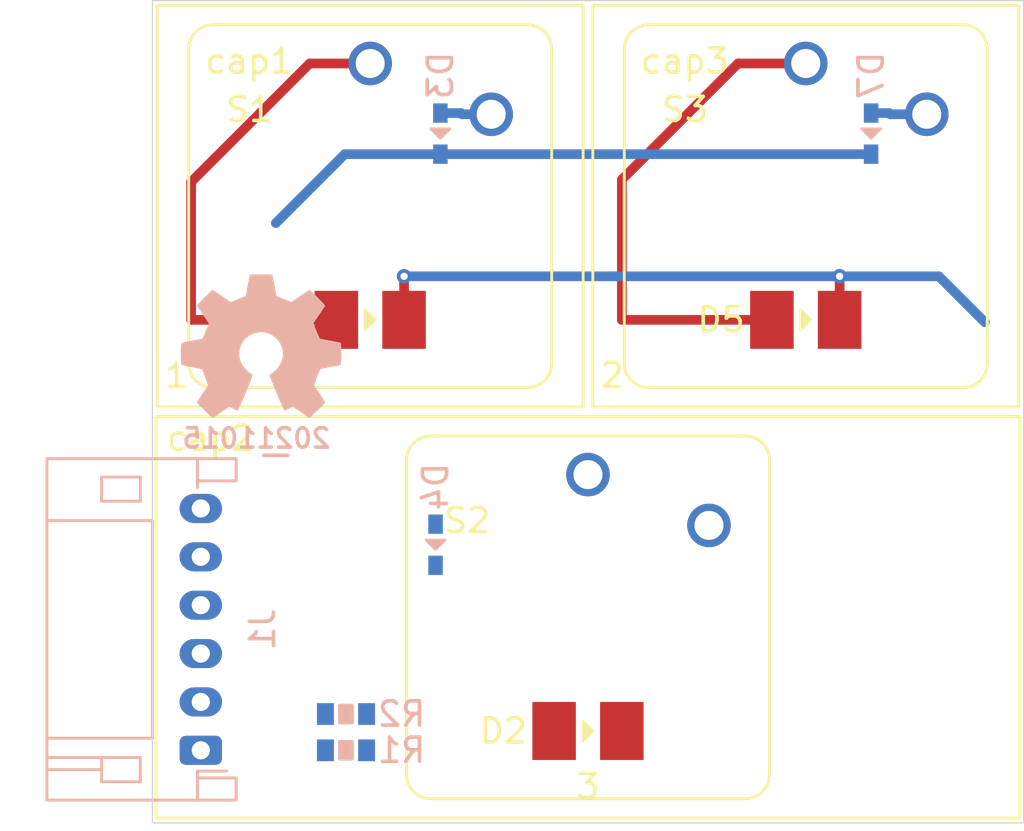
<source format=kicad_pcb>
(kicad_pcb (version 20171130) (host pcbnew 5.1.10-88a1d61d58~90~ubuntu21.04.1)

  (general
    (thickness 1.6)
    (drawings 4)
    (tracks 24)
    (zones 0)
    (modules 17)
    (nets 12)
  )

  (page A4)
  (layers
    (0 F.Cu signal)
    (31 B.Cu signal)
    (32 B.Adhes user)
    (33 F.Adhes user)
    (34 B.Paste user)
    (35 F.Paste user)
    (36 B.SilkS user)
    (37 F.SilkS user)
    (38 B.Mask user)
    (39 F.Mask user)
    (40 Dwgs.User user)
    (41 Cmts.User user)
    (42 Eco1.User user)
    (43 Eco2.User user)
    (44 Edge.Cuts user)
    (45 Margin user)
    (46 B.CrtYd user)
    (47 F.CrtYd user)
    (48 B.Fab user)
    (49 F.Fab user)
  )

  (setup
    (last_trace_width 0.2)
    (user_trace_width 0.2)
    (user_trace_width 0.3)
    (user_trace_width 0.4)
    (user_trace_width 0.6)
    (user_trace_width 0.8)
    (user_trace_width 1)
    (user_trace_width 1.2)
    (user_trace_width 1.4)
    (user_trace_width 1.6)
    (user_trace_width 2)
    (trace_clearance 0.2)
    (zone_clearance 0.508)
    (zone_45_only no)
    (trace_min 0.1)
    (via_size 0.6)
    (via_drill 0.3)
    (via_min_size 0.5)
    (via_min_drill 0.3)
    (user_via 0.6 0.3)
    (user_via 0.7 0.4)
    (user_via 0.8 0.5)
    (user_via 0.9 0.6)
    (user_via 1.1 0.8)
    (user_via 1.4 1)
    (user_via 1.6 1.2)
    (user_via 1.8 1.4)
    (user_via 2 1.6)
    (user_via 2.5 2)
    (uvia_size 0.3)
    (uvia_drill 0.1)
    (uvias_allowed no)
    (uvia_min_size 0.2)
    (uvia_min_drill 0.1)
    (edge_width 0.05)
    (segment_width 0.2)
    (pcb_text_width 0.3)
    (pcb_text_size 1.5 1.5)
    (mod_edge_width 0.12)
    (mod_text_size 0.8 0.8)
    (mod_text_width 0.12)
    (pad_size 1.524 1.524)
    (pad_drill 0.762)
    (pad_to_mask_clearance 0)
    (pad_to_paste_clearance_ratio -0.1)
    (aux_axis_origin 0 0)
    (visible_elements FFFFFF7F)
    (pcbplotparams
      (layerselection 0x010fc_ffffffff)
      (usegerberextensions false)
      (usegerberattributes true)
      (usegerberadvancedattributes true)
      (creategerberjobfile true)
      (excludeedgelayer true)
      (linewidth 0.100000)
      (plotframeref false)
      (viasonmask false)
      (mode 1)
      (useauxorigin false)
      (hpglpennumber 1)
      (hpglpenspeed 20)
      (hpglpendiameter 15.000000)
      (psnegative false)
      (psa4output false)
      (plotreference true)
      (plotvalue true)
      (plotinvisibletext false)
      (padsonsilk false)
      (subtractmaskfromsilk false)
      (outputformat 1)
      (mirror false)
      (drillshape 1)
      (scaleselection 1)
      (outputdirectory ""))
  )

  (net 0 "")
  (net 1 /LEDC1)
  (net 2 /LEDC2)
  (net 3 "Net-(D3-Pad2)")
  (net 4 /SWR1)
  (net 5 "Net-(D4-Pad2)")
  (net 6 /SWR2)
  (net 7 "Net-(D7-Pad2)")
  (net 8 /COL1)
  (net 9 "Net-(D1-Pad1)")
  (net 10 "Net-(D2-Pad1)")
  (net 11 /COL2)

  (net_class Default "This is the default net class."
    (clearance 0.2)
    (trace_width 0.2)
    (via_dia 0.6)
    (via_drill 0.3)
    (uvia_dia 0.3)
    (uvia_drill 0.1)
    (add_net /COL1)
    (add_net /COL2)
    (add_net /LEDC1)
    (add_net /LEDC2)
    (add_net /SWR1)
    (add_net /SWR2)
    (add_net "Net-(D1-Pad1)")
    (add_net "Net-(D2-Pad1)")
    (add_net "Net-(D3-Pad2)")
    (add_net "Net-(D4-Pad2)")
    (add_net "Net-(D7-Pad2)")
  )

  (module SquantorSwitches:KAILH_choc_keycap_2 (layer F.Cu) (tedit 61697682) (tstamp 61678F81)
    (at 163 83)
    (path /616790C4)
    (fp_text reference cap2 (at -15.6 -7.4) (layer F.SilkS)
      (effects (font (size 1 1) (thickness 0.15)))
    )
    (fp_text value 3 (at 0 7) (layer F.SilkS)
      (effects (font (size 1 1) (thickness 0.15)))
    )
    (fp_line (start -17.85 8.3) (end -17.85 -8.3) (layer F.SilkS) (width 0.12))
    (fp_line (start -17.85 -8.3) (end 17.85 -8.3) (layer F.SilkS) (width 0.12))
    (fp_line (start 17.85 -8.3) (end 17.85 8.3) (layer F.SilkS) (width 0.12))
    (fp_line (start 17.85 8.3) (end -17.85 8.3) (layer F.SilkS) (width 0.12))
  )

  (module SquantorDiodes:SOD-523_hand (layer B.Cu) (tedit 616952C6) (tstamp 61678FFE)
    (at 174.7 63 90)
    (descr "SOD-523 footprint hand soldering")
    (tags "SOD-523 hand")
    (path /6168B773)
    (attr smd)
    (fp_text reference D7 (at 2.4 0 90) (layer B.SilkS)
      (effects (font (size 1 1) (thickness 0.15)) (justify mirror))
    )
    (fp_text value D (at 0 -1.4 90) (layer B.Fab)
      (effects (font (size 1 1) (thickness 0.15)) (justify mirror))
    )
    (fp_line (start -1.5 0.6) (end 1.5 0.6) (layer B.CrtYd) (width 0.05))
    (fp_line (start 1.5 0.6) (end 1.5 -0.6) (layer B.CrtYd) (width 0.05))
    (fp_line (start 1.5 -0.6) (end -1.5 -0.6) (layer B.CrtYd) (width 0.05))
    (fp_line (start -1.5 -0.6) (end -1.5 0.6) (layer B.CrtYd) (width 0.05))
    (fp_poly (pts (xy 0.2 -0.4) (xy -0.2 0) (xy 0.2 0.4)) (layer B.SilkS) (width 0.1))
    (pad 1 smd rect (at -0.85 0 90) (size 0.8 0.6) (layers B.Cu B.Paste B.Mask)
      (net 4 /SWR1))
    (pad 2 smd rect (at 0.85 0 90) (size 0.8 0.6) (layers B.Cu B.Paste B.Mask)
      (net 7 "Net-(D7-Pad2)"))
    (model ${KISYS3DMOD}/Diode_SMD.3dshapes/D_SOD-523.step
      (at (xyz 0 0 0))
      (scale (xyz 1 1 1))
      (rotate (xyz 0 0 0))
    )
  )

  (module SquantorDiodes:LED_1208_0603 (layer F.Cu) (tedit 61695B64) (tstamp 61678FE0)
    (at 172 70.7 180)
    (descr "LED 1208 to 0603 universal footprint")
    (tags "LED universal 1208 1206 0805 0603")
    (path /6167D14F)
    (attr smd)
    (fp_text reference D5 (at 3.5 0) (layer F.SilkS)
      (effects (font (size 1 1) (thickness 0.15)))
    )
    (fp_text value LED (at 0 -3.3) (layer F.Fab)
      (effects (font (size 1 1) (thickness 0.15)))
    )
    (fp_line (start -2.6 1.5) (end -2.6 -1.5) (layer F.CrtYd) (width 0.05))
    (fp_line (start 2.6 1.5) (end -2.6 1.5) (layer F.CrtYd) (width 0.05))
    (fp_line (start 2.6 -1.5) (end 2.6 1.5) (layer F.CrtYd) (width 0.05))
    (fp_line (start -2.6 -1.5) (end 2.6 -1.5) (layer F.CrtYd) (width 0.05))
    (fp_line (start 0.2 -0.4) (end 0.2 0.4) (layer F.SilkS) (width 0.12))
    (fp_line (start 0.2 0.4) (end -0.2 0) (layer F.SilkS) (width 0.12))
    (fp_line (start -0.2 0) (end 0.2 -0.4) (layer F.SilkS) (width 0.12))
    (fp_poly (pts (xy 0.2 0.4) (xy -0.2 0) (xy 0.2 -0.4)) (layer F.SilkS) (width 0.1))
    (pad 2 smd rect (at 1.4 0 180) (size 1.8 2.4) (layers F.Cu F.Paste F.Mask)
      (net 11 /COL2))
    (pad 1 smd rect (at -1.4 0 180) (size 1.8 2.4) (layers F.Cu F.Paste F.Mask)
      (net 9 "Net-(D1-Pad1)"))
    (model ${KISYS3DMOD}/LED_SMD.3dshapes/LED_1206_3216Metric.step
      (at (xyz 0 0 0))
      (scale (xyz 1 1 1))
      (rotate (xyz 0 0 0))
    )
  )

  (module SquantorDiodes:SOD-523_hand (layer B.Cu) (tedit 616952C6) (tstamp 61678FCD)
    (at 156.7 80 90)
    (descr "SOD-523 footprint hand soldering")
    (tags "SOD-523 hand")
    (path /61689C10)
    (attr smd)
    (fp_text reference D4 (at 2.4 0 90) (layer B.SilkS)
      (effects (font (size 1 1) (thickness 0.15)) (justify mirror))
    )
    (fp_text value D (at 0 -1.4 90) (layer B.Fab)
      (effects (font (size 1 1) (thickness 0.15)) (justify mirror))
    )
    (fp_line (start -1.5 0.6) (end 1.5 0.6) (layer B.CrtYd) (width 0.05))
    (fp_line (start 1.5 0.6) (end 1.5 -0.6) (layer B.CrtYd) (width 0.05))
    (fp_line (start 1.5 -0.6) (end -1.5 -0.6) (layer B.CrtYd) (width 0.05))
    (fp_line (start -1.5 -0.6) (end -1.5 0.6) (layer B.CrtYd) (width 0.05))
    (fp_poly (pts (xy 0.2 -0.4) (xy -0.2 0) (xy 0.2 0.4)) (layer B.SilkS) (width 0.1))
    (pad 1 smd rect (at -0.85 0 90) (size 0.8 0.6) (layers B.Cu B.Paste B.Mask)
      (net 6 /SWR2))
    (pad 2 smd rect (at 0.85 0 90) (size 0.8 0.6) (layers B.Cu B.Paste B.Mask)
      (net 5 "Net-(D4-Pad2)"))
    (model ${KISYS3DMOD}/Diode_SMD.3dshapes/D_SOD-523.step
      (at (xyz 0 0 0))
      (scale (xyz 1 1 1))
      (rotate (xyz 0 0 0))
    )
  )

  (module SquantorDiodes:SOD-523_hand (layer B.Cu) (tedit 616952C6) (tstamp 61678FC2)
    (at 156.9 63 90)
    (descr "SOD-523 footprint hand soldering")
    (tags "SOD-523 hand")
    (path /6167E7F4)
    (attr smd)
    (fp_text reference D3 (at 2.4 0 90) (layer B.SilkS)
      (effects (font (size 1 1) (thickness 0.15)) (justify mirror))
    )
    (fp_text value D (at 0 -1.4 90) (layer B.Fab)
      (effects (font (size 1 1) (thickness 0.15)) (justify mirror))
    )
    (fp_line (start -1.5 0.6) (end 1.5 0.6) (layer B.CrtYd) (width 0.05))
    (fp_line (start 1.5 0.6) (end 1.5 -0.6) (layer B.CrtYd) (width 0.05))
    (fp_line (start 1.5 -0.6) (end -1.5 -0.6) (layer B.CrtYd) (width 0.05))
    (fp_line (start -1.5 -0.6) (end -1.5 0.6) (layer B.CrtYd) (width 0.05))
    (fp_poly (pts (xy 0.2 -0.4) (xy -0.2 0) (xy 0.2 0.4)) (layer B.SilkS) (width 0.1))
    (pad 1 smd rect (at -0.85 0 90) (size 0.8 0.6) (layers B.Cu B.Paste B.Mask)
      (net 4 /SWR1))
    (pad 2 smd rect (at 0.85 0 90) (size 0.8 0.6) (layers B.Cu B.Paste B.Mask)
      (net 3 "Net-(D3-Pad2)"))
    (model ${KISYS3DMOD}/Diode_SMD.3dshapes/D_SOD-523.step
      (at (xyz 0 0 0))
      (scale (xyz 1 1 1))
      (rotate (xyz 0 0 0))
    )
  )

  (module SquantorDiodes:LED_1208_0603 (layer F.Cu) (tedit 61695B64) (tstamp 61678FB7)
    (at 163 87.7 180)
    (descr "LED 1208 to 0603 universal footprint")
    (tags "LED universal 1208 1206 0805 0603")
    (path /6167B613)
    (attr smd)
    (fp_text reference D2 (at 3.5 0) (layer F.SilkS)
      (effects (font (size 1 1) (thickness 0.15)))
    )
    (fp_text value LED (at 0 -3.3) (layer F.Fab)
      (effects (font (size 1 1) (thickness 0.15)))
    )
    (fp_line (start -2.6 1.5) (end -2.6 -1.5) (layer F.CrtYd) (width 0.05))
    (fp_line (start 2.6 1.5) (end -2.6 1.5) (layer F.CrtYd) (width 0.05))
    (fp_line (start 2.6 -1.5) (end 2.6 1.5) (layer F.CrtYd) (width 0.05))
    (fp_line (start -2.6 -1.5) (end 2.6 -1.5) (layer F.CrtYd) (width 0.05))
    (fp_line (start 0.2 -0.4) (end 0.2 0.4) (layer F.SilkS) (width 0.12))
    (fp_line (start 0.2 0.4) (end -0.2 0) (layer F.SilkS) (width 0.12))
    (fp_line (start -0.2 0) (end 0.2 -0.4) (layer F.SilkS) (width 0.12))
    (fp_poly (pts (xy 0.2 0.4) (xy -0.2 0) (xy 0.2 -0.4)) (layer F.SilkS) (width 0.1))
    (pad 2 smd rect (at 1.4 0 180) (size 1.8 2.4) (layers F.Cu F.Paste F.Mask)
      (net 8 /COL1))
    (pad 1 smd rect (at -1.4 0 180) (size 1.8 2.4) (layers F.Cu F.Paste F.Mask)
      (net 10 "Net-(D2-Pad1)"))
    (model ${KISYS3DMOD}/LED_SMD.3dshapes/LED_1206_3216Metric.step
      (at (xyz 0 0 0))
      (scale (xyz 1 1 1))
      (rotate (xyz 0 0 0))
    )
  )

  (module SquantorDiodes:LED_1208_0603 (layer F.Cu) (tedit 61695B64) (tstamp 61678FA4)
    (at 154 70.7 180)
    (descr "LED 1208 to 0603 universal footprint")
    (tags "LED universal 1208 1206 0805 0603")
    (path /61672956)
    (attr smd)
    (fp_text reference D1 (at 3.5 0.1) (layer F.SilkS)
      (effects (font (size 1 1) (thickness 0.15)))
    )
    (fp_text value LED (at 0 -3.3) (layer F.Fab)
      (effects (font (size 1 1) (thickness 0.15)))
    )
    (fp_line (start -2.6 1.5) (end -2.6 -1.5) (layer F.CrtYd) (width 0.05))
    (fp_line (start 2.6 1.5) (end -2.6 1.5) (layer F.CrtYd) (width 0.05))
    (fp_line (start 2.6 -1.5) (end 2.6 1.5) (layer F.CrtYd) (width 0.05))
    (fp_line (start -2.6 -1.5) (end 2.6 -1.5) (layer F.CrtYd) (width 0.05))
    (fp_line (start 0.2 -0.4) (end 0.2 0.4) (layer F.SilkS) (width 0.12))
    (fp_line (start 0.2 0.4) (end -0.2 0) (layer F.SilkS) (width 0.12))
    (fp_line (start -0.2 0) (end 0.2 -0.4) (layer F.SilkS) (width 0.12))
    (fp_poly (pts (xy 0.2 0.4) (xy -0.2 0) (xy 0.2 -0.4)) (layer F.SilkS) (width 0.1))
    (pad 2 smd rect (at 1.4 0 180) (size 1.8 2.4) (layers F.Cu F.Paste F.Mask)
      (net 8 /COL1))
    (pad 1 smd rect (at -1.4 0 180) (size 1.8 2.4) (layers F.Cu F.Paste F.Mask)
      (net 9 "Net-(D1-Pad1)"))
    (model ${KISYS3DMOD}/LED_SMD.3dshapes/LED_1206_3216Metric.step
      (at (xyz 0 0 0))
      (scale (xyz 1 1 1))
      (rotate (xyz 0 0 0))
    )
  )

  (module SquantorRcl:R_0603_hand (layer B.Cu) (tedit 5D440259) (tstamp 6169581B)
    (at 153 87)
    (descr "Resistor SMD 0603, reflow soldering, Vishay (see dcrcw.pdf)")
    (tags "resistor 0603")
    (path /616B61C6)
    (attr smd)
    (fp_text reference R2 (at 2.3 0) (layer B.SilkS)
      (effects (font (size 1 1) (thickness 0.15)) (justify mirror))
    )
    (fp_text value 1K (at 0 -1.9) (layer B.Fab)
      (effects (font (size 1 1) (thickness 0.15)) (justify mirror))
    )
    (fp_line (start 0 -0.35) (end 0 0.35) (layer B.SilkS) (width 0.15))
    (fp_line (start 0.1 0.35) (end 0.1 -0.35) (layer B.SilkS) (width 0.15))
    (fp_line (start -0.1 0.35) (end 0.1 0.35) (layer B.SilkS) (width 0.15))
    (fp_line (start -0.1 -0.35) (end -0.1 0.35) (layer B.SilkS) (width 0.15))
    (fp_line (start 0.25 -0.35) (end -0.25 -0.35) (layer B.SilkS) (width 0.15))
    (fp_line (start -0.25 0.35) (end 0.25 0.35) (layer B.SilkS) (width 0.15))
    (fp_line (start -0.25 -0.35) (end -0.25 0.35) (layer B.SilkS) (width 0.15))
    (fp_line (start 0.25 0.35) (end 0.25 -0.35) (layer B.SilkS) (width 0.15))
    (fp_line (start 1.45 0.75) (end 1.45 -0.75) (layer B.CrtYd) (width 0.05))
    (fp_line (start -1.45 0.75) (end -1.45 -0.75) (layer B.CrtYd) (width 0.05))
    (fp_line (start -1.45 -0.75) (end 1.45 -0.75) (layer B.CrtYd) (width 0.05))
    (fp_line (start -1.45 0.75) (end 1.45 0.75) (layer B.CrtYd) (width 0.05))
    (fp_line (start -0.8 0.4) (end 0.8 0.4) (layer B.Fab) (width 0.1))
    (fp_line (start 0.8 0.4) (end 0.8 -0.4) (layer B.Fab) (width 0.1))
    (fp_line (start 0.8 -0.4) (end -0.8 -0.4) (layer B.Fab) (width 0.1))
    (fp_line (start -0.8 -0.4) (end -0.8 0.4) (layer B.Fab) (width 0.1))
    (pad 2 smd rect (at 0.85 0) (size 0.7 0.9) (layers B.Cu B.Paste B.Mask)
      (net 10 "Net-(D2-Pad1)"))
    (pad 1 smd rect (at -0.85 0) (size 0.7 0.9) (layers B.Cu B.Paste B.Mask)
      (net 2 /LEDC2))
    (model ${KISYS3DMOD}/Resistor_SMD.3dshapes/R_0603_1608Metric.step
      (at (xyz 0 0 0))
      (scale (xyz 1 1 1))
      (rotate (xyz 0 0 0))
    )
  )

  (module SquantorRcl:R_0603_hand (layer B.Cu) (tedit 5D440259) (tstamp 61695805)
    (at 153 88.5)
    (descr "Resistor SMD 0603, reflow soldering, Vishay (see dcrcw.pdf)")
    (tags "resistor 0603")
    (path /616B513C)
    (attr smd)
    (fp_text reference R1 (at 2.3 0) (layer B.SilkS)
      (effects (font (size 1 1) (thickness 0.15)) (justify mirror))
    )
    (fp_text value 1K (at 0 -1.9) (layer B.Fab)
      (effects (font (size 1 1) (thickness 0.15)) (justify mirror))
    )
    (fp_line (start 0 -0.35) (end 0 0.35) (layer B.SilkS) (width 0.15))
    (fp_line (start 0.1 0.35) (end 0.1 -0.35) (layer B.SilkS) (width 0.15))
    (fp_line (start -0.1 0.35) (end 0.1 0.35) (layer B.SilkS) (width 0.15))
    (fp_line (start -0.1 -0.35) (end -0.1 0.35) (layer B.SilkS) (width 0.15))
    (fp_line (start 0.25 -0.35) (end -0.25 -0.35) (layer B.SilkS) (width 0.15))
    (fp_line (start -0.25 0.35) (end 0.25 0.35) (layer B.SilkS) (width 0.15))
    (fp_line (start -0.25 -0.35) (end -0.25 0.35) (layer B.SilkS) (width 0.15))
    (fp_line (start 0.25 0.35) (end 0.25 -0.35) (layer B.SilkS) (width 0.15))
    (fp_line (start 1.45 0.75) (end 1.45 -0.75) (layer B.CrtYd) (width 0.05))
    (fp_line (start -1.45 0.75) (end -1.45 -0.75) (layer B.CrtYd) (width 0.05))
    (fp_line (start -1.45 -0.75) (end 1.45 -0.75) (layer B.CrtYd) (width 0.05))
    (fp_line (start -1.45 0.75) (end 1.45 0.75) (layer B.CrtYd) (width 0.05))
    (fp_line (start -0.8 0.4) (end 0.8 0.4) (layer B.Fab) (width 0.1))
    (fp_line (start 0.8 0.4) (end 0.8 -0.4) (layer B.Fab) (width 0.1))
    (fp_line (start 0.8 -0.4) (end -0.8 -0.4) (layer B.Fab) (width 0.1))
    (fp_line (start -0.8 -0.4) (end -0.8 0.4) (layer B.Fab) (width 0.1))
    (pad 2 smd rect (at 0.85 0) (size 0.7 0.9) (layers B.Cu B.Paste B.Mask)
      (net 9 "Net-(D1-Pad1)"))
    (pad 1 smd rect (at -0.85 0) (size 0.7 0.9) (layers B.Cu B.Paste B.Mask)
      (net 1 /LEDC1))
    (model ${KISYS3DMOD}/Resistor_SMD.3dshapes/R_0603_1608Metric.step
      (at (xyz 0 0 0))
      (scale (xyz 1 1 1))
      (rotate (xyz 0 0 0))
    )
  )

  (module Connector_JST:JST_PH_S6B-PH-K_1x06_P2.00mm_Horizontal (layer B.Cu) (tedit 5B7745C6) (tstamp 616957DF)
    (at 147 88.5 90)
    (descr "JST PH series connector, S6B-PH-K (http://www.jst-mfg.com/product/pdf/eng/ePH.pdf), generated with kicad-footprint-generator")
    (tags "connector JST PH top entry")
    (path /616C9815)
    (fp_text reference J1 (at 5 2.55 90) (layer B.SilkS)
      (effects (font (size 1 1) (thickness 0.15)) (justify mirror))
    )
    (fp_text value Conn_01x06 (at 5 -7.45 90) (layer B.Fab)
      (effects (font (size 1 1) (thickness 0.15)) (justify mirror))
    )
    (fp_line (start 0.5 -1.375) (end 0 -0.875) (layer B.Fab) (width 0.1))
    (fp_line (start -0.5 -1.375) (end 0.5 -1.375) (layer B.Fab) (width 0.1))
    (fp_line (start 0 -0.875) (end -0.5 -1.375) (layer B.Fab) (width 0.1))
    (fp_line (start -0.86 -0.14) (end -0.86 1.075) (layer B.SilkS) (width 0.12))
    (fp_line (start 11.25 -0.25) (end -1.25 -0.25) (layer B.Fab) (width 0.1))
    (fp_line (start 11.25 1.35) (end 11.25 -0.25) (layer B.Fab) (width 0.1))
    (fp_line (start 11.95 1.35) (end 11.25 1.35) (layer B.Fab) (width 0.1))
    (fp_line (start 11.95 -6.25) (end 11.95 1.35) (layer B.Fab) (width 0.1))
    (fp_line (start -1.95 -6.25) (end 11.95 -6.25) (layer B.Fab) (width 0.1))
    (fp_line (start -1.95 1.35) (end -1.95 -6.25) (layer B.Fab) (width 0.1))
    (fp_line (start -1.25 1.35) (end -1.95 1.35) (layer B.Fab) (width 0.1))
    (fp_line (start -1.25 -0.25) (end -1.25 1.35) (layer B.Fab) (width 0.1))
    (fp_line (start 12.45 1.85) (end -2.45 1.85) (layer B.CrtYd) (width 0.05))
    (fp_line (start 12.45 -6.75) (end 12.45 1.85) (layer B.CrtYd) (width 0.05))
    (fp_line (start -2.45 -6.75) (end 12.45 -6.75) (layer B.CrtYd) (width 0.05))
    (fp_line (start -2.45 1.85) (end -2.45 -6.75) (layer B.CrtYd) (width 0.05))
    (fp_line (start -0.8 -4.1) (end -0.8 -6.36) (layer B.SilkS) (width 0.12))
    (fp_line (start -0.3 -4.1) (end -0.3 -6.36) (layer B.SilkS) (width 0.12))
    (fp_line (start 10.3 -2.5) (end 11.3 -2.5) (layer B.SilkS) (width 0.12))
    (fp_line (start 10.3 -4.1) (end 10.3 -2.5) (layer B.SilkS) (width 0.12))
    (fp_line (start 11.3 -4.1) (end 10.3 -4.1) (layer B.SilkS) (width 0.12))
    (fp_line (start 11.3 -2.5) (end 11.3 -4.1) (layer B.SilkS) (width 0.12))
    (fp_line (start -0.3 -2.5) (end -1.3 -2.5) (layer B.SilkS) (width 0.12))
    (fp_line (start -0.3 -4.1) (end -0.3 -2.5) (layer B.SilkS) (width 0.12))
    (fp_line (start -1.3 -4.1) (end -0.3 -4.1) (layer B.SilkS) (width 0.12))
    (fp_line (start -1.3 -2.5) (end -1.3 -4.1) (layer B.SilkS) (width 0.12))
    (fp_line (start 12.06 -0.14) (end 11.14 -0.14) (layer B.SilkS) (width 0.12))
    (fp_line (start -2.06 -0.14) (end -1.14 -0.14) (layer B.SilkS) (width 0.12))
    (fp_line (start 9.5 -2) (end 9.5 -6.36) (layer B.SilkS) (width 0.12))
    (fp_line (start 0.5 -2) (end 9.5 -2) (layer B.SilkS) (width 0.12))
    (fp_line (start 0.5 -6.36) (end 0.5 -2) (layer B.SilkS) (width 0.12))
    (fp_line (start 11.14 -0.14) (end 10.86 -0.14) (layer B.SilkS) (width 0.12))
    (fp_line (start 11.14 1.46) (end 11.14 -0.14) (layer B.SilkS) (width 0.12))
    (fp_line (start 12.06 1.46) (end 11.14 1.46) (layer B.SilkS) (width 0.12))
    (fp_line (start 12.06 -6.36) (end 12.06 1.46) (layer B.SilkS) (width 0.12))
    (fp_line (start -2.06 -6.36) (end 12.06 -6.36) (layer B.SilkS) (width 0.12))
    (fp_line (start -2.06 1.46) (end -2.06 -6.36) (layer B.SilkS) (width 0.12))
    (fp_line (start -1.14 1.46) (end -2.06 1.46) (layer B.SilkS) (width 0.12))
    (fp_line (start -1.14 -0.14) (end -1.14 1.46) (layer B.SilkS) (width 0.12))
    (fp_line (start -0.86 -0.14) (end -1.14 -0.14) (layer B.SilkS) (width 0.12))
    (fp_text user %R (at 5 -2.5 90) (layer B.Fab)
      (effects (font (size 1 1) (thickness 0.15)) (justify mirror))
    )
    (pad 6 thru_hole oval (at 10 0 90) (size 1.2 1.75) (drill 0.75) (layers *.Cu *.Mask)
      (net 8 /COL1))
    (pad 5 thru_hole oval (at 8 0 90) (size 1.2 1.75) (drill 0.75) (layers *.Cu *.Mask)
      (net 11 /COL2))
    (pad 4 thru_hole oval (at 6 0 90) (size 1.2 1.75) (drill 0.75) (layers *.Cu *.Mask)
      (net 6 /SWR2))
    (pad 3 thru_hole oval (at 4 0 90) (size 1.2 1.75) (drill 0.75) (layers *.Cu *.Mask)
      (net 4 /SWR1))
    (pad 2 thru_hole oval (at 2 0 90) (size 1.2 1.75) (drill 0.75) (layers *.Cu *.Mask)
      (net 2 /LEDC2))
    (pad 1 thru_hole roundrect (at 0 0 90) (size 1.2 1.75) (drill 0.75) (layers *.Cu *.Mask) (roundrect_rratio 0.208333)
      (net 1 /LEDC1))
    (model ${KISYS3DMOD}/Connector_JST.3dshapes/JST_PH_S6B-PH-K_1x06_P2.00mm_Horizontal.wrl
      (at (xyz 0 0 0))
      (scale (xyz 1 1 1))
      (rotate (xyz 0 0 0))
    )
  )

  (module SquantorSwitches:KAILH_choc_LED (layer F.Cu) (tedit 616731E8) (tstamp 61679052)
    (at 172 66)
    (path /6168B6ED)
    (fp_text reference S3 (at -5 -4) (layer F.SilkS)
      (effects (font (size 1 1) (thickness 0.15)))
    )
    (fp_text value choc (at 0 3) (layer F.Fab)
      (effects (font (size 1 1) (thickness 0.15)))
    )
    (fp_circle (center 0 4.7) (end 0.3 4.7) (layer F.Fab) (width 0.12))
    (fp_line (start 6.5 7.5) (end -6.5 7.5) (layer F.SilkS) (width 0.12))
    (fp_line (start 7.5 -6.5) (end 7.5 6.5) (layer F.SilkS) (width 0.12))
    (fp_line (start -6.5 -7.5) (end 6.5 -7.5) (layer F.SilkS) (width 0.12))
    (fp_line (start -7.5 6.5) (end -7.5 -6.5) (layer F.SilkS) (width 0.12))
    (fp_text user LED (at 1.1 5.4) (layer F.Fab)
      (effects (font (size 0.5 0.5) (thickness 0.1)))
    )
    (fp_arc (start 6.5 6.5) (end 6.5 7.5) (angle -90) (layer F.SilkS) (width 0.12))
    (fp_arc (start -6.5 6.5) (end -7.5 6.5) (angle -90) (layer F.SilkS) (width 0.12))
    (fp_arc (start -6.5 -6.5) (end -6.5 -7.5) (angle -90) (layer F.SilkS) (width 0.12))
    (fp_arc (start 6.5 -6.5) (end 7.5 -6.5) (angle -90) (layer F.SilkS) (width 0.12))
    (pad 2 thru_hole circle (at 5 -3.8) (size 1.8 1.8) (drill 1.2) (layers *.Cu *.Mask)
      (net 7 "Net-(D7-Pad2)"))
    (pad 1 thru_hole circle (at 0 -5.9) (size 1.8 1.8) (drill 1.2) (layers *.Cu *.Mask)
      (net 11 /COL2))
    (pad "" np_thru_hole circle (at 5.5 0) (size 1.9 1.9) (drill 1.9) (layers *.Cu *.Mask))
    (pad "" np_thru_hole circle (at -5.5 0) (size 1.9 1.9) (drill 1.9) (layers *.Cu *.Mask))
    (pad "" np_thru_hole circle (at 0 0) (size 3.4 3.4) (drill 3.4) (layers *.Cu *.Mask))
  )

  (module SquantorSwitches:KAILH_choc_LED (layer F.Cu) (tedit 616731E8) (tstamp 6167903F)
    (at 163 83)
    (path /61689BAE)
    (fp_text reference S2 (at -5 -4) (layer F.SilkS)
      (effects (font (size 1 1) (thickness 0.15)))
    )
    (fp_text value choc (at 0 3) (layer F.Fab)
      (effects (font (size 1 1) (thickness 0.15)))
    )
    (fp_circle (center 0 4.7) (end 0.3 4.7) (layer F.Fab) (width 0.12))
    (fp_line (start 6.5 7.5) (end -6.5 7.5) (layer F.SilkS) (width 0.12))
    (fp_line (start 7.5 -6.5) (end 7.5 6.5) (layer F.SilkS) (width 0.12))
    (fp_line (start -6.5 -7.5) (end 6.5 -7.5) (layer F.SilkS) (width 0.12))
    (fp_line (start -7.5 6.5) (end -7.5 -6.5) (layer F.SilkS) (width 0.12))
    (fp_text user LED (at 1.1 5.4) (layer F.Fab)
      (effects (font (size 0.5 0.5) (thickness 0.1)))
    )
    (fp_arc (start 6.5 6.5) (end 6.5 7.5) (angle -90) (layer F.SilkS) (width 0.12))
    (fp_arc (start -6.5 6.5) (end -7.5 6.5) (angle -90) (layer F.SilkS) (width 0.12))
    (fp_arc (start -6.5 -6.5) (end -6.5 -7.5) (angle -90) (layer F.SilkS) (width 0.12))
    (fp_arc (start 6.5 -6.5) (end 7.5 -6.5) (angle -90) (layer F.SilkS) (width 0.12))
    (pad 2 thru_hole circle (at 5 -3.8) (size 1.8 1.8) (drill 1.2) (layers *.Cu *.Mask)
      (net 5 "Net-(D4-Pad2)"))
    (pad 1 thru_hole circle (at 0 -5.9) (size 1.8 1.8) (drill 1.2) (layers *.Cu *.Mask)
      (net 8 /COL1))
    (pad "" np_thru_hole circle (at 5.5 0) (size 1.9 1.9) (drill 1.9) (layers *.Cu *.Mask))
    (pad "" np_thru_hole circle (at -5.5 0) (size 1.9 1.9) (drill 1.9) (layers *.Cu *.Mask))
    (pad "" np_thru_hole circle (at 0 0) (size 3.4 3.4) (drill 3.4) (layers *.Cu *.Mask))
  )

  (module SquantorSwitches:KAILH_choc_LED (layer F.Cu) (tedit 616731E8) (tstamp 6167902C)
    (at 154 66)
    (path /616765B0)
    (fp_text reference S1 (at -5 -4) (layer F.SilkS)
      (effects (font (size 1 1) (thickness 0.15)))
    )
    (fp_text value choc (at 0 3) (layer F.Fab)
      (effects (font (size 1 1) (thickness 0.15)))
    )
    (fp_circle (center 0 4.7) (end 0.3 4.7) (layer F.Fab) (width 0.12))
    (fp_line (start 6.5 7.5) (end -6.5 7.5) (layer F.SilkS) (width 0.12))
    (fp_line (start 7.5 -6.5) (end 7.5 6.5) (layer F.SilkS) (width 0.12))
    (fp_line (start -6.5 -7.5) (end 6.5 -7.5) (layer F.SilkS) (width 0.12))
    (fp_line (start -7.5 6.5) (end -7.5 -6.5) (layer F.SilkS) (width 0.12))
    (fp_text user LED (at 1.1 5.4) (layer F.Fab)
      (effects (font (size 0.5 0.5) (thickness 0.1)))
    )
    (fp_arc (start 6.5 6.5) (end 6.5 7.5) (angle -90) (layer F.SilkS) (width 0.12))
    (fp_arc (start -6.5 6.5) (end -7.5 6.5) (angle -90) (layer F.SilkS) (width 0.12))
    (fp_arc (start -6.5 -6.5) (end -6.5 -7.5) (angle -90) (layer F.SilkS) (width 0.12))
    (fp_arc (start 6.5 -6.5) (end 7.5 -6.5) (angle -90) (layer F.SilkS) (width 0.12))
    (pad 2 thru_hole circle (at 5 -3.8) (size 1.8 1.8) (drill 1.2) (layers *.Cu *.Mask)
      (net 3 "Net-(D3-Pad2)"))
    (pad 1 thru_hole circle (at 0 -5.9) (size 1.8 1.8) (drill 1.2) (layers *.Cu *.Mask)
      (net 8 /COL1))
    (pad "" np_thru_hole circle (at 5.5 0) (size 1.9 1.9) (drill 1.9) (layers *.Cu *.Mask))
    (pad "" np_thru_hole circle (at -5.5 0) (size 1.9 1.9) (drill 1.9) (layers *.Cu *.Mask))
    (pad "" np_thru_hole circle (at 0 0) (size 3.4 3.4) (drill 3.4) (layers *.Cu *.Mask))
  )

  (module SquantorSwitches:KAILH_choc_keycap_1 (layer F.Cu) (tedit 61672E3E) (tstamp 61678F89)
    (at 172 66)
    (path /616781F9)
    (fp_text reference cap3 (at -5 -6) (layer F.SilkS)
      (effects (font (size 1 1) (thickness 0.15)))
    )
    (fp_text value 2 (at -8 7) (layer F.SilkS)
      (effects (font (size 1 1) (thickness 0.15)))
    )
    (fp_line (start -8.8 8.3) (end -8.8 -8.3) (layer F.SilkS) (width 0.12))
    (fp_line (start -8.8 -8.3) (end 8.8 -8.3) (layer F.SilkS) (width 0.12))
    (fp_line (start 8.8 -8.3) (end 8.8 8.3) (layer F.SilkS) (width 0.12))
    (fp_line (start 8.8 8.3) (end -8.8 8.3) (layer F.SilkS) (width 0.12))
  )

  (module SquantorSwitches:KAILH_choc_keycap_1 (layer F.Cu) (tedit 61672E3E) (tstamp 61678F79)
    (at 154 66)
    (path /6167729D)
    (fp_text reference cap1 (at -5 -6) (layer F.SilkS)
      (effects (font (size 1 1) (thickness 0.15)))
    )
    (fp_text value 1 (at -8 7) (layer F.SilkS)
      (effects (font (size 1 1) (thickness 0.15)))
    )
    (fp_line (start -8.8 8.3) (end -8.8 -8.3) (layer F.SilkS) (width 0.12))
    (fp_line (start -8.8 -8.3) (end 8.8 -8.3) (layer F.SilkS) (width 0.12))
    (fp_line (start 8.8 -8.3) (end 8.8 8.3) (layer F.SilkS) (width 0.12))
    (fp_line (start 8.8 8.3) (end -8.8 8.3) (layer F.SilkS) (width 0.12))
  )

  (module Symbol:OSHW-Symbol_6.7x6mm_SilkScreen (layer B.Cu) (tedit 0) (tstamp 5EE12086)
    (at 149.5 71.8 180)
    (descr "Open Source Hardware Symbol")
    (tags "Logo Symbol OSHW")
    (path /5EE13678)
    (attr virtual)
    (fp_text reference N2 (at 0 0) (layer B.SilkS) hide
      (effects (font (size 1 1) (thickness 0.15)) (justify mirror))
    )
    (fp_text value OHWLOGO (at 0.75 0) (layer B.Fab) hide
      (effects (font (size 1 1) (thickness 0.15)) (justify mirror))
    )
    (fp_poly (pts (xy 0.555814 2.531069) (xy 0.639635 2.086445) (xy 0.94892 1.958947) (xy 1.258206 1.831449)
      (xy 1.629246 2.083754) (xy 1.733157 2.154004) (xy 1.827087 2.216728) (xy 1.906652 2.269062)
      (xy 1.96747 2.308143) (xy 2.005157 2.331107) (xy 2.015421 2.336058) (xy 2.03391 2.323324)
      (xy 2.07342 2.288118) (xy 2.129522 2.234938) (xy 2.197787 2.168282) (xy 2.273786 2.092646)
      (xy 2.353092 2.012528) (xy 2.431275 1.932426) (xy 2.503907 1.856836) (xy 2.566559 1.790255)
      (xy 2.614803 1.737182) (xy 2.64421 1.702113) (xy 2.651241 1.690377) (xy 2.641123 1.66874)
      (xy 2.612759 1.621338) (xy 2.569129 1.552807) (xy 2.513218 1.467785) (xy 2.448006 1.370907)
      (xy 2.410219 1.31565) (xy 2.341343 1.214752) (xy 2.28014 1.123701) (xy 2.229578 1.04703)
      (xy 2.192628 0.989272) (xy 2.172258 0.954957) (xy 2.169197 0.947746) (xy 2.176136 0.927252)
      (xy 2.195051 0.879487) (xy 2.223087 0.811168) (xy 2.257391 0.729011) (xy 2.295109 0.63973)
      (xy 2.333387 0.550042) (xy 2.36937 0.466662) (xy 2.400206 0.396306) (xy 2.423039 0.34569)
      (xy 2.435017 0.321529) (xy 2.435724 0.320578) (xy 2.454531 0.315964) (xy 2.504618 0.305672)
      (xy 2.580793 0.290713) (xy 2.677865 0.272099) (xy 2.790643 0.250841) (xy 2.856442 0.238582)
      (xy 2.97695 0.215638) (xy 3.085797 0.193805) (xy 3.177476 0.174278) (xy 3.246481 0.158252)
      (xy 3.287304 0.146921) (xy 3.295511 0.143326) (xy 3.303548 0.118994) (xy 3.310033 0.064041)
      (xy 3.31497 -0.015108) (xy 3.318364 -0.112026) (xy 3.320218 -0.220287) (xy 3.320538 -0.333465)
      (xy 3.319327 -0.445135) (xy 3.31659 -0.548868) (xy 3.312331 -0.638241) (xy 3.306555 -0.706826)
      (xy 3.299267 -0.748197) (xy 3.294895 -0.75681) (xy 3.268764 -0.767133) (xy 3.213393 -0.781892)
      (xy 3.136107 -0.799352) (xy 3.04423 -0.81778) (xy 3.012158 -0.823741) (xy 2.857524 -0.852066)
      (xy 2.735375 -0.874876) (xy 2.641673 -0.89308) (xy 2.572384 -0.907583) (xy 2.523471 -0.919292)
      (xy 2.490897 -0.929115) (xy 2.470628 -0.937956) (xy 2.458626 -0.946724) (xy 2.456947 -0.948457)
      (xy 2.440184 -0.976371) (xy 2.414614 -1.030695) (xy 2.382788 -1.104777) (xy 2.34726 -1.191965)
      (xy 2.310583 -1.285608) (xy 2.275311 -1.379052) (xy 2.243996 -1.465647) (xy 2.219193 -1.53874)
      (xy 2.203454 -1.591678) (xy 2.199332 -1.617811) (xy 2.199676 -1.618726) (xy 2.213641 -1.640086)
      (xy 2.245322 -1.687084) (xy 2.291391 -1.754827) (xy 2.348518 -1.838423) (xy 2.413373 -1.932982)
      (xy 2.431843 -1.959854) (xy 2.497699 -2.057275) (xy 2.55565 -2.146163) (xy 2.602538 -2.221412)
      (xy 2.635207 -2.27792) (xy 2.6505 -2.310581) (xy 2.651241 -2.314593) (xy 2.638392 -2.335684)
      (xy 2.602888 -2.377464) (xy 2.549293 -2.435445) (xy 2.482171 -2.505135) (xy 2.406087 -2.582045)
      (xy 2.325604 -2.661683) (xy 2.245287 -2.739561) (xy 2.169699 -2.811186) (xy 2.103405 -2.87207)
      (xy 2.050969 -2.917721) (xy 2.016955 -2.94365) (xy 2.007545 -2.947883) (xy 1.985643 -2.937912)
      (xy 1.9408 -2.91102) (xy 1.880321 -2.871736) (xy 1.833789 -2.840117) (xy 1.749475 -2.782098)
      (xy 1.649626 -2.713784) (xy 1.549473 -2.645579) (xy 1.495627 -2.609075) (xy 1.313371 -2.4858)
      (xy 1.160381 -2.56852) (xy 1.090682 -2.604759) (xy 1.031414 -2.632926) (xy 0.991311 -2.648991)
      (xy 0.981103 -2.651226) (xy 0.968829 -2.634722) (xy 0.944613 -2.588082) (xy 0.910263 -2.515609)
      (xy 0.867588 -2.421606) (xy 0.818394 -2.310374) (xy 0.76449 -2.186215) (xy 0.707684 -2.053432)
      (xy 0.649782 -1.916327) (xy 0.592593 -1.779202) (xy 0.537924 -1.646358) (xy 0.487584 -1.522098)
      (xy 0.44338 -1.410725) (xy 0.407119 -1.316539) (xy 0.380609 -1.243844) (xy 0.365658 -1.196941)
      (xy 0.363254 -1.180833) (xy 0.382311 -1.160286) (xy 0.424036 -1.126933) (xy 0.479706 -1.087702)
      (xy 0.484378 -1.084599) (xy 0.628264 -0.969423) (xy 0.744283 -0.835053) (xy 0.83143 -0.685784)
      (xy 0.888699 -0.525913) (xy 0.915086 -0.359737) (xy 0.909585 -0.191552) (xy 0.87119 -0.025655)
      (xy 0.798895 0.133658) (xy 0.777626 0.168513) (xy 0.666996 0.309263) (xy 0.536302 0.422286)
      (xy 0.390064 0.506997) (xy 0.232808 0.562806) (xy 0.069057 0.589126) (xy -0.096667 0.58537)
      (xy -0.259838 0.55095) (xy -0.415935 0.485277) (xy -0.560433 0.387765) (xy -0.605131 0.348187)
      (xy -0.718888 0.224297) (xy -0.801782 0.093876) (xy -0.858644 -0.052315) (xy -0.890313 -0.197088)
      (xy -0.898131 -0.35986) (xy -0.872062 -0.52344) (xy -0.814755 -0.682298) (xy -0.728856 -0.830906)
      (xy -0.617014 -0.963735) (xy -0.481877 -1.075256) (xy -0.464117 -1.087011) (xy -0.40785 -1.125508)
      (xy -0.365077 -1.158863) (xy -0.344628 -1.18016) (xy -0.344331 -1.180833) (xy -0.348721 -1.203871)
      (xy -0.366124 -1.256157) (xy -0.394732 -1.33339) (xy -0.432735 -1.431268) (xy -0.478326 -1.545491)
      (xy -0.529697 -1.671758) (xy -0.585038 -1.805767) (xy -0.642542 -1.943218) (xy -0.700399 -2.079808)
      (xy -0.756802 -2.211237) (xy -0.809942 -2.333205) (xy -0.85801 -2.441409) (xy -0.899199 -2.531549)
      (xy -0.931699 -2.599323) (xy -0.953703 -2.64043) (xy -0.962564 -2.651226) (xy -0.98964 -2.642819)
      (xy -1.040303 -2.620272) (xy -1.105817 -2.587613) (xy -1.141841 -2.56852) (xy -1.294832 -2.4858)
      (xy -1.477088 -2.609075) (xy -1.570125 -2.672228) (xy -1.671985 -2.741727) (xy -1.767438 -2.807165)
      (xy -1.81525 -2.840117) (xy -1.882495 -2.885273) (xy -1.939436 -2.921057) (xy -1.978646 -2.942938)
      (xy -1.991381 -2.947563) (xy -2.009917 -2.935085) (xy -2.050941 -2.900252) (xy -2.110475 -2.846678)
      (xy -2.184542 -2.777983) (xy -2.269165 -2.697781) (xy -2.322685 -2.646286) (xy -2.416319 -2.554286)
      (xy -2.497241 -2.471999) (xy -2.562177 -2.402945) (xy -2.607858 -2.350644) (xy -2.631011 -2.318616)
      (xy -2.633232 -2.312116) (xy -2.622924 -2.287394) (xy -2.594439 -2.237405) (xy -2.550937 -2.167212)
      (xy -2.495577 -2.081875) (xy -2.43152 -1.986456) (xy -2.413303 -1.959854) (xy -2.346927 -1.863167)
      (xy -2.287378 -1.776117) (xy -2.237984 -1.703595) (xy -2.202075 -1.650493) (xy -2.182981 -1.621703)
      (xy -2.181136 -1.618726) (xy -2.183895 -1.595782) (xy -2.198538 -1.545336) (xy -2.222513 -1.474041)
      (xy -2.253266 -1.388547) (xy -2.288244 -1.295507) (xy -2.324893 -1.201574) (xy -2.360661 -1.113399)
      (xy -2.392994 -1.037634) (xy -2.419338 -0.980931) (xy -2.437142 -0.949943) (xy -2.438407 -0.948457)
      (xy -2.449294 -0.939601) (xy -2.467682 -0.930843) (xy -2.497606 -0.921277) (xy -2.543103 -0.909996)
      (xy -2.608209 -0.896093) (xy -2.696961 -0.878663) (xy -2.813393 -0.856798) (xy -2.961542 -0.829591)
      (xy -2.993618 -0.823741) (xy -3.088686 -0.805374) (xy -3.171565 -0.787405) (xy -3.23493 -0.771569)
      (xy -3.271458 -0.7596) (xy -3.276356 -0.75681) (xy -3.284427 -0.732072) (xy -3.290987 -0.67679)
      (xy -3.296033 -0.597389) (xy -3.299559 -0.500296) (xy -3.301561 -0.391938) (xy -3.302036 -0.27874)
      (xy -3.300977 -0.167128) (xy -3.298382 -0.063529) (xy -3.294246 0.025632) (xy -3.288563 0.093928)
      (xy -3.281331 0.134934) (xy -3.276971 0.143326) (xy -3.252698 0.151792) (xy -3.197426 0.165565)
      (xy -3.116662 0.18345) (xy -3.015912 0.204252) (xy -2.900683 0.226777) (xy -2.837902 0.238582)
      (xy -2.718787 0.260849) (xy -2.612565 0.281021) (xy -2.524427 0.298085) (xy -2.459566 0.311031)
      (xy -2.423174 0.318845) (xy -2.417184 0.320578) (xy -2.407061 0.34011) (xy -2.385662 0.387157)
      (xy -2.355839 0.454997) (xy -2.320445 0.536909) (xy -2.282332 0.626172) (xy -2.244353 0.716065)
      (xy -2.20936 0.799865) (xy -2.180206 0.870853) (xy -2.159743 0.922306) (xy -2.150823 0.947503)
      (xy -2.150657 0.948604) (xy -2.160769 0.968481) (xy -2.189117 1.014223) (xy -2.232723 1.081283)
      (xy -2.288606 1.165116) (xy -2.353787 1.261174) (xy -2.391679 1.31635) (xy -2.460725 1.417519)
      (xy -2.52205 1.50937) (xy -2.572663 1.587256) (xy -2.609571 1.646531) (xy -2.629782 1.682549)
      (xy -2.632701 1.690623) (xy -2.620153 1.709416) (xy -2.585463 1.749543) (xy -2.533063 1.806507)
      (xy -2.467384 1.875815) (xy -2.392856 1.952969) (xy -2.313913 2.033475) (xy -2.234983 2.112837)
      (xy -2.1605 2.18656) (xy -2.094894 2.250148) (xy -2.042596 2.299106) (xy -2.008039 2.328939)
      (xy -1.996478 2.336058) (xy -1.977654 2.326047) (xy -1.932631 2.297922) (xy -1.865787 2.254546)
      (xy -1.781499 2.198782) (xy -1.684144 2.133494) (xy -1.610707 2.083754) (xy -1.239667 1.831449)
      (xy -0.621095 2.086445) (xy -0.537275 2.531069) (xy -0.453454 2.975693) (xy 0.471994 2.975693)
      (xy 0.555814 2.531069)) (layer B.SilkS) (width 0.01))
  )

  (module SquantorLabels:Label_Generic (layer B.Cu) (tedit 5D8A7D4C) (tstamp 5EE12051)
    (at 150.1 75.7 180)
    (descr "Label for general purpose use")
    (tags Label)
    (path /5EE12BF3)
    (attr smd)
    (fp_text reference N1 (at 0 -1.85) (layer B.Fab) hide
      (effects (font (size 1 1) (thickness 0.15)) (justify mirror))
    )
    (fp_text value 20211015 (at 0.8 0.1) (layer B.SilkS)
      (effects (font (size 0.8 0.8) (thickness 0.15)) (justify mirror))
    )
    (fp_line (start -0.5 -0.6) (end 0.5 -0.6) (layer B.SilkS) (width 0.15))
  )

  (gr_line (start 181 57.5) (end 145 57.5) (layer Edge.Cuts) (width 0.05) (tstamp 61679D86))
  (gr_line (start 181 91.5) (end 181 57.5) (layer Edge.Cuts) (width 0.05))
  (gr_line (start 145 91.5) (end 181 91.5) (layer Edge.Cuts) (width 0.05))
  (gr_line (start 145 57.5) (end 145 91.5) (layer Edge.Cuts) (width 0.05))

  (segment (start 159 62.2) (end 157.8 62.2) (width 0.4) (layer B.Cu) (net 3))
  (segment (start 157.75 62.15) (end 156.9 62.15) (width 0.4) (layer B.Cu) (net 3))
  (segment (start 157.8 62.2) (end 157.75 62.15) (width 0.4) (layer B.Cu) (net 3))
  (segment (start 174.7 63.85) (end 156.9 63.85) (width 0.4) (layer B.Cu) (net 4))
  (segment (start 152.95 63.85) (end 156.9 63.85) (width 0.4) (layer B.Cu) (net 4))
  (segment (start 150.1 66.7) (end 152.95 63.85) (width 0.4) (layer B.Cu) (net 4))
  (segment (start 177 62.2) (end 175.5 62.2) (width 0.4) (layer B.Cu) (net 7))
  (segment (start 175.45 62.15) (end 174.7 62.15) (width 0.4) (layer B.Cu) (net 7))
  (segment (start 175.5 62.2) (end 175.45 62.15) (width 0.4) (layer B.Cu) (net 7))
  (segment (start 146.6 65) (end 146.6 70.7) (width 0.4) (layer F.Cu) (net 8))
  (segment (start 151.5 60.1) (end 146.6 65) (width 0.4) (layer F.Cu) (net 8))
  (segment (start 154 60.1) (end 151.5 60.1) (width 0.4) (layer F.Cu) (net 8))
  (segment (start 152.6 70.7) (end 146.6 70.7) (width 0.4) (layer F.Cu) (net 8))
  (via (at 155.4 68.9) (size 0.6) (drill 0.3) (layers F.Cu B.Cu) (net 9))
  (segment (start 155.4 70.7) (end 155.4 68.9) (width 0.4) (layer F.Cu) (net 9))
  (via (at 173.4 68.9) (size 0.6) (drill 0.3) (layers F.Cu B.Cu) (net 9))
  (segment (start 155.4 68.9) (end 173.4 68.9) (width 0.4) (layer B.Cu) (net 9))
  (segment (start 173.4 68.9) (end 173.4 70.7) (width 0.4) (layer F.Cu) (net 9))
  (segment (start 177.5 68.9) (end 173.4 68.9) (width 0.4) (layer B.Cu) (net 9))
  (segment (start 179.4 70.8) (end 177.5 68.9) (width 0.4) (layer B.Cu) (net 9))
  (segment (start 172 60.1) (end 169.2 60.1) (width 0.4) (layer F.Cu) (net 11))
  (segment (start 169.2 60.1) (end 164.4 64.9) (width 0.4) (layer F.Cu) (net 11))
  (segment (start 171.15 70.7) (end 164.4 70.7) (width 0.4) (layer F.Cu) (net 11))
  (segment (start 164.4 64.9) (end 164.4 70.7) (width 0.4) (layer F.Cu) (net 11))

)

</source>
